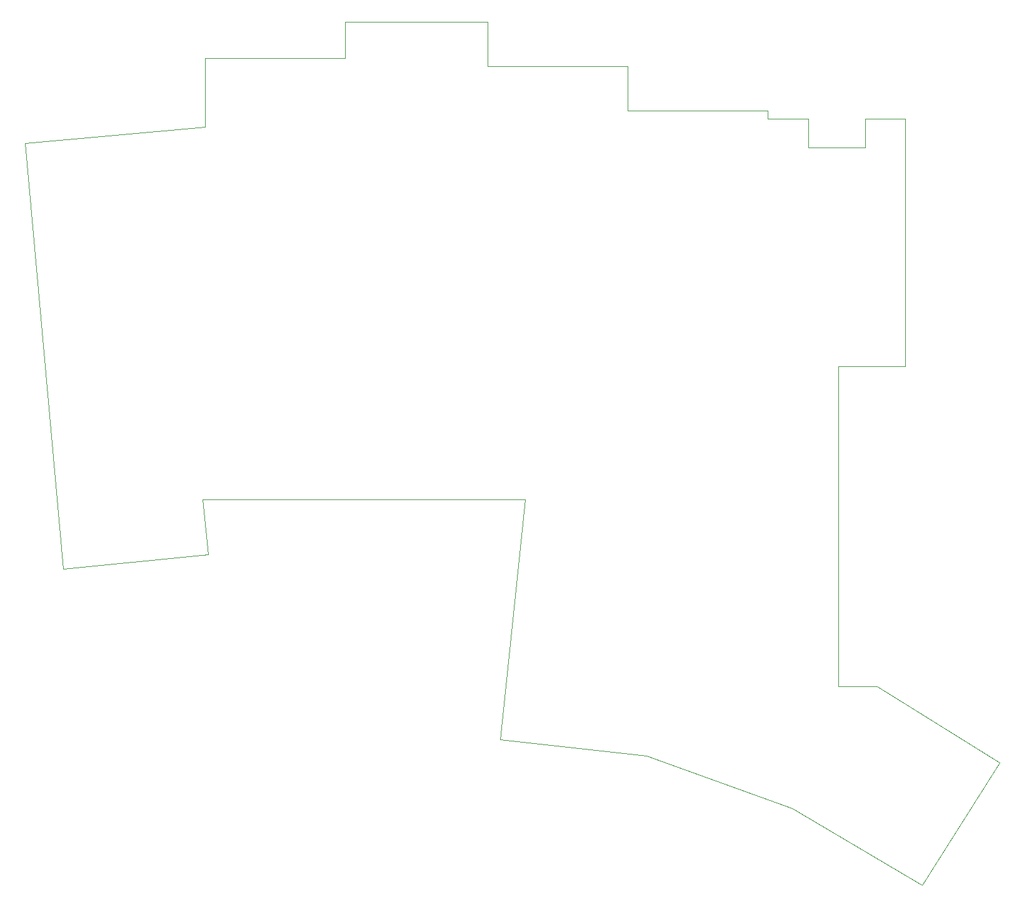
<source format=gm1>
G04 #@! TF.GenerationSoftware,KiCad,Pcbnew,7.0.7*
G04 #@! TF.CreationDate,2023-11-26T11:13:30-07:00*
G04 #@! TF.ProjectId,TypeStationX,54797065-5374-4617-9469-6f6e582e6b69,rev?*
G04 #@! TF.SameCoordinates,Original*
G04 #@! TF.FileFunction,Profile,NP*
%FSLAX46Y46*%
G04 Gerber Fmt 4.6, Leading zero omitted, Abs format (unit mm)*
G04 Created by KiCad (PCBNEW 7.0.7) date 2023-11-26 11:13:30*
%MOMM*%
%LPD*%
G01*
G04 APERTURE LIST*
G04 #@! TA.AperFunction,Profile*
%ADD10C,0.100000*%
G04 #@! TD*
G04 APERTURE END LIST*
D10*
X81500000Y-48000000D02*
X90450000Y-48000000D01*
X119000000Y-132000000D02*
X124250000Y-132000000D01*
X112700000Y-148500000D02*
X93000000Y-141400000D01*
X14000000Y-116100000D02*
X8800000Y-58400000D01*
X119000000Y-90400000D02*
X119000000Y-132000000D01*
X124250000Y-132000000D02*
X140800000Y-142300000D01*
X71450000Y-41950000D02*
X71450000Y-48000000D01*
X32900000Y-106700000D02*
X56800000Y-106700000D01*
X122600000Y-59000000D02*
X122600000Y-55100000D01*
X114950000Y-59000000D02*
X122600000Y-59000000D01*
X33600000Y-114100000D02*
X32900000Y-106700000D01*
X109450000Y-54000000D02*
X109450000Y-55100000D01*
X33200000Y-56200000D02*
X33200000Y-46900000D01*
X90450000Y-48000000D02*
X90450000Y-54000000D01*
X128050000Y-88600000D02*
X119000000Y-88600000D01*
X56800000Y-106700000D02*
X76600000Y-106700000D01*
X14000000Y-116100000D02*
X33600000Y-114100000D01*
X109450000Y-55100000D02*
X114950000Y-55100000D01*
X130300000Y-158900000D02*
X140800000Y-142300000D01*
X52200000Y-41950000D02*
X71450000Y-41950000D01*
X33200000Y-46900000D02*
X52200000Y-46900000D01*
X93000000Y-141400000D02*
X73200000Y-139200000D01*
X128050000Y-55100000D02*
X128050000Y-88600000D01*
X130300000Y-158900000D02*
X112700000Y-148500000D01*
X119000000Y-88600000D02*
X119000000Y-90400000D01*
X8800000Y-58400000D02*
X33200000Y-56200000D01*
X71450000Y-48000000D02*
X81500000Y-48000000D01*
X73200000Y-139200000D02*
X76600000Y-106700000D01*
X52200000Y-46900000D02*
X52200000Y-41950000D01*
X122600000Y-55100000D02*
X128050000Y-55100000D01*
X114950000Y-55100000D02*
X114950000Y-59000000D01*
X90450000Y-54000000D02*
X109450000Y-54000000D01*
M02*

</source>
